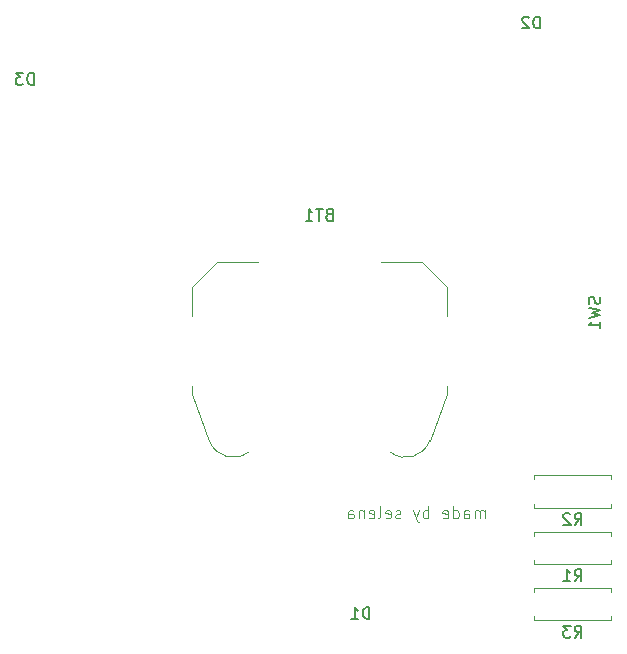
<source format=gbr>
%TF.GenerationSoftware,KiCad,Pcbnew,8.0.7*%
%TF.CreationDate,2025-05-01T23:39:49-04:00*%
%TF.ProjectId,Celeste Keychain,43656c65-7374-4652-904b-657963686169,rev?*%
%TF.SameCoordinates,Original*%
%TF.FileFunction,Legend,Bot*%
%TF.FilePolarity,Positive*%
%FSLAX46Y46*%
G04 Gerber Fmt 4.6, Leading zero omitted, Abs format (unit mm)*
G04 Created by KiCad (PCBNEW 8.0.7) date 2025-05-01 23:39:49*
%MOMM*%
%LPD*%
G01*
G04 APERTURE LIST*
%ADD10C,0.100000*%
%ADD11C,0.150000*%
%ADD12C,0.120000*%
G04 APERTURE END LIST*
D10*
X137808615Y-83216169D02*
X137808615Y-82549502D01*
X137808615Y-82644740D02*
X137760996Y-82597121D01*
X137760996Y-82597121D02*
X137665758Y-82549502D01*
X137665758Y-82549502D02*
X137522901Y-82549502D01*
X137522901Y-82549502D02*
X137427663Y-82597121D01*
X137427663Y-82597121D02*
X137380044Y-82692359D01*
X137380044Y-82692359D02*
X137380044Y-83216169D01*
X137380044Y-82692359D02*
X137332425Y-82597121D01*
X137332425Y-82597121D02*
X137237187Y-82549502D01*
X137237187Y-82549502D02*
X137094330Y-82549502D01*
X137094330Y-82549502D02*
X136999091Y-82597121D01*
X136999091Y-82597121D02*
X136951472Y-82692359D01*
X136951472Y-82692359D02*
X136951472Y-83216169D01*
X136046711Y-83216169D02*
X136046711Y-82692359D01*
X136046711Y-82692359D02*
X136094330Y-82597121D01*
X136094330Y-82597121D02*
X136189568Y-82549502D01*
X136189568Y-82549502D02*
X136380044Y-82549502D01*
X136380044Y-82549502D02*
X136475282Y-82597121D01*
X136046711Y-83168550D02*
X136141949Y-83216169D01*
X136141949Y-83216169D02*
X136380044Y-83216169D01*
X136380044Y-83216169D02*
X136475282Y-83168550D01*
X136475282Y-83168550D02*
X136522901Y-83073311D01*
X136522901Y-83073311D02*
X136522901Y-82978073D01*
X136522901Y-82978073D02*
X136475282Y-82882835D01*
X136475282Y-82882835D02*
X136380044Y-82835216D01*
X136380044Y-82835216D02*
X136141949Y-82835216D01*
X136141949Y-82835216D02*
X136046711Y-82787597D01*
X135141949Y-83216169D02*
X135141949Y-82216169D01*
X135141949Y-83168550D02*
X135237187Y-83216169D01*
X135237187Y-83216169D02*
X135427663Y-83216169D01*
X135427663Y-83216169D02*
X135522901Y-83168550D01*
X135522901Y-83168550D02*
X135570520Y-83120930D01*
X135570520Y-83120930D02*
X135618139Y-83025692D01*
X135618139Y-83025692D02*
X135618139Y-82739978D01*
X135618139Y-82739978D02*
X135570520Y-82644740D01*
X135570520Y-82644740D02*
X135522901Y-82597121D01*
X135522901Y-82597121D02*
X135427663Y-82549502D01*
X135427663Y-82549502D02*
X135237187Y-82549502D01*
X135237187Y-82549502D02*
X135141949Y-82597121D01*
X134284806Y-83168550D02*
X134380044Y-83216169D01*
X134380044Y-83216169D02*
X134570520Y-83216169D01*
X134570520Y-83216169D02*
X134665758Y-83168550D01*
X134665758Y-83168550D02*
X134713377Y-83073311D01*
X134713377Y-83073311D02*
X134713377Y-82692359D01*
X134713377Y-82692359D02*
X134665758Y-82597121D01*
X134665758Y-82597121D02*
X134570520Y-82549502D01*
X134570520Y-82549502D02*
X134380044Y-82549502D01*
X134380044Y-82549502D02*
X134284806Y-82597121D01*
X134284806Y-82597121D02*
X134237187Y-82692359D01*
X134237187Y-82692359D02*
X134237187Y-82787597D01*
X134237187Y-82787597D02*
X134713377Y-82882835D01*
X133046710Y-83216169D02*
X133046710Y-82216169D01*
X133046710Y-82597121D02*
X132951472Y-82549502D01*
X132951472Y-82549502D02*
X132760996Y-82549502D01*
X132760996Y-82549502D02*
X132665758Y-82597121D01*
X132665758Y-82597121D02*
X132618139Y-82644740D01*
X132618139Y-82644740D02*
X132570520Y-82739978D01*
X132570520Y-82739978D02*
X132570520Y-83025692D01*
X132570520Y-83025692D02*
X132618139Y-83120930D01*
X132618139Y-83120930D02*
X132665758Y-83168550D01*
X132665758Y-83168550D02*
X132760996Y-83216169D01*
X132760996Y-83216169D02*
X132951472Y-83216169D01*
X132951472Y-83216169D02*
X133046710Y-83168550D01*
X132237186Y-82549502D02*
X131999091Y-83216169D01*
X131760996Y-82549502D02*
X131999091Y-83216169D01*
X131999091Y-83216169D02*
X132094329Y-83454264D01*
X132094329Y-83454264D02*
X132141948Y-83501883D01*
X132141948Y-83501883D02*
X132237186Y-83549502D01*
X130665757Y-83168550D02*
X130570519Y-83216169D01*
X130570519Y-83216169D02*
X130380043Y-83216169D01*
X130380043Y-83216169D02*
X130284805Y-83168550D01*
X130284805Y-83168550D02*
X130237186Y-83073311D01*
X130237186Y-83073311D02*
X130237186Y-83025692D01*
X130237186Y-83025692D02*
X130284805Y-82930454D01*
X130284805Y-82930454D02*
X130380043Y-82882835D01*
X130380043Y-82882835D02*
X130522900Y-82882835D01*
X130522900Y-82882835D02*
X130618138Y-82835216D01*
X130618138Y-82835216D02*
X130665757Y-82739978D01*
X130665757Y-82739978D02*
X130665757Y-82692359D01*
X130665757Y-82692359D02*
X130618138Y-82597121D01*
X130618138Y-82597121D02*
X130522900Y-82549502D01*
X130522900Y-82549502D02*
X130380043Y-82549502D01*
X130380043Y-82549502D02*
X130284805Y-82597121D01*
X129427662Y-83168550D02*
X129522900Y-83216169D01*
X129522900Y-83216169D02*
X129713376Y-83216169D01*
X129713376Y-83216169D02*
X129808614Y-83168550D01*
X129808614Y-83168550D02*
X129856233Y-83073311D01*
X129856233Y-83073311D02*
X129856233Y-82692359D01*
X129856233Y-82692359D02*
X129808614Y-82597121D01*
X129808614Y-82597121D02*
X129713376Y-82549502D01*
X129713376Y-82549502D02*
X129522900Y-82549502D01*
X129522900Y-82549502D02*
X129427662Y-82597121D01*
X129427662Y-82597121D02*
X129380043Y-82692359D01*
X129380043Y-82692359D02*
X129380043Y-82787597D01*
X129380043Y-82787597D02*
X129856233Y-82882835D01*
X128808614Y-83216169D02*
X128903852Y-83168550D01*
X128903852Y-83168550D02*
X128951471Y-83073311D01*
X128951471Y-83073311D02*
X128951471Y-82216169D01*
X128046709Y-83168550D02*
X128141947Y-83216169D01*
X128141947Y-83216169D02*
X128332423Y-83216169D01*
X128332423Y-83216169D02*
X128427661Y-83168550D01*
X128427661Y-83168550D02*
X128475280Y-83073311D01*
X128475280Y-83073311D02*
X128475280Y-82692359D01*
X128475280Y-82692359D02*
X128427661Y-82597121D01*
X128427661Y-82597121D02*
X128332423Y-82549502D01*
X128332423Y-82549502D02*
X128141947Y-82549502D01*
X128141947Y-82549502D02*
X128046709Y-82597121D01*
X128046709Y-82597121D02*
X127999090Y-82692359D01*
X127999090Y-82692359D02*
X127999090Y-82787597D01*
X127999090Y-82787597D02*
X128475280Y-82882835D01*
X127570518Y-82549502D02*
X127570518Y-83216169D01*
X127570518Y-82644740D02*
X127522899Y-82597121D01*
X127522899Y-82597121D02*
X127427661Y-82549502D01*
X127427661Y-82549502D02*
X127284804Y-82549502D01*
X127284804Y-82549502D02*
X127189566Y-82597121D01*
X127189566Y-82597121D02*
X127141947Y-82692359D01*
X127141947Y-82692359D02*
X127141947Y-83216169D01*
X126237185Y-83216169D02*
X126237185Y-82692359D01*
X126237185Y-82692359D02*
X126284804Y-82597121D01*
X126284804Y-82597121D02*
X126380042Y-82549502D01*
X126380042Y-82549502D02*
X126570518Y-82549502D01*
X126570518Y-82549502D02*
X126665756Y-82597121D01*
X126237185Y-83168550D02*
X126332423Y-83216169D01*
X126332423Y-83216169D02*
X126570518Y-83216169D01*
X126570518Y-83216169D02*
X126665756Y-83168550D01*
X126665756Y-83168550D02*
X126713375Y-83073311D01*
X126713375Y-83073311D02*
X126713375Y-82978073D01*
X126713375Y-82978073D02*
X126665756Y-82882835D01*
X126665756Y-82882835D02*
X126570518Y-82835216D01*
X126570518Y-82835216D02*
X126332423Y-82835216D01*
X126332423Y-82835216D02*
X126237185Y-82787597D01*
D11*
X124610714Y-57487259D02*
X124467857Y-57534878D01*
X124467857Y-57534878D02*
X124420238Y-57582497D01*
X124420238Y-57582497D02*
X124372619Y-57677735D01*
X124372619Y-57677735D02*
X124372619Y-57820592D01*
X124372619Y-57820592D02*
X124420238Y-57915830D01*
X124420238Y-57915830D02*
X124467857Y-57963450D01*
X124467857Y-57963450D02*
X124563095Y-58011069D01*
X124563095Y-58011069D02*
X124944047Y-58011069D01*
X124944047Y-58011069D02*
X124944047Y-57011069D01*
X124944047Y-57011069D02*
X124610714Y-57011069D01*
X124610714Y-57011069D02*
X124515476Y-57058688D01*
X124515476Y-57058688D02*
X124467857Y-57106307D01*
X124467857Y-57106307D02*
X124420238Y-57201545D01*
X124420238Y-57201545D02*
X124420238Y-57296783D01*
X124420238Y-57296783D02*
X124467857Y-57392021D01*
X124467857Y-57392021D02*
X124515476Y-57439640D01*
X124515476Y-57439640D02*
X124610714Y-57487259D01*
X124610714Y-57487259D02*
X124944047Y-57487259D01*
X124086904Y-57011069D02*
X123515476Y-57011069D01*
X123801190Y-58011069D02*
X123801190Y-57011069D01*
X122658333Y-58011069D02*
X123229761Y-58011069D01*
X122944047Y-58011069D02*
X122944047Y-57011069D01*
X122944047Y-57011069D02*
X123039285Y-57153926D01*
X123039285Y-57153926D02*
X123134523Y-57249164D01*
X123134523Y-57249164D02*
X123229761Y-57296783D01*
X147557200Y-64472917D02*
X147604819Y-64615774D01*
X147604819Y-64615774D02*
X147604819Y-64853869D01*
X147604819Y-64853869D02*
X147557200Y-64949107D01*
X147557200Y-64949107D02*
X147509580Y-64996726D01*
X147509580Y-64996726D02*
X147414342Y-65044345D01*
X147414342Y-65044345D02*
X147319104Y-65044345D01*
X147319104Y-65044345D02*
X147223866Y-64996726D01*
X147223866Y-64996726D02*
X147176247Y-64949107D01*
X147176247Y-64949107D02*
X147128628Y-64853869D01*
X147128628Y-64853869D02*
X147081009Y-64663393D01*
X147081009Y-64663393D02*
X147033390Y-64568155D01*
X147033390Y-64568155D02*
X146985771Y-64520536D01*
X146985771Y-64520536D02*
X146890533Y-64472917D01*
X146890533Y-64472917D02*
X146795295Y-64472917D01*
X146795295Y-64472917D02*
X146700057Y-64520536D01*
X146700057Y-64520536D02*
X146652438Y-64568155D01*
X146652438Y-64568155D02*
X146604819Y-64663393D01*
X146604819Y-64663393D02*
X146604819Y-64901488D01*
X146604819Y-64901488D02*
X146652438Y-65044345D01*
X146604819Y-65377679D02*
X147604819Y-65615774D01*
X147604819Y-65615774D02*
X146890533Y-65806250D01*
X146890533Y-65806250D02*
X147604819Y-65996726D01*
X147604819Y-65996726D02*
X146604819Y-66234822D01*
X147604819Y-67139583D02*
X147604819Y-66568155D01*
X147604819Y-66853869D02*
X146604819Y-66853869D01*
X146604819Y-66853869D02*
X146747676Y-66758631D01*
X146747676Y-66758631D02*
X146842914Y-66663393D01*
X146842914Y-66663393D02*
X146890533Y-66568155D01*
X145422916Y-93312319D02*
X145756249Y-92836128D01*
X145994344Y-93312319D02*
X145994344Y-92312319D01*
X145994344Y-92312319D02*
X145613392Y-92312319D01*
X145613392Y-92312319D02*
X145518154Y-92359938D01*
X145518154Y-92359938D02*
X145470535Y-92407557D01*
X145470535Y-92407557D02*
X145422916Y-92502795D01*
X145422916Y-92502795D02*
X145422916Y-92645652D01*
X145422916Y-92645652D02*
X145470535Y-92740890D01*
X145470535Y-92740890D02*
X145518154Y-92788509D01*
X145518154Y-92788509D02*
X145613392Y-92836128D01*
X145613392Y-92836128D02*
X145994344Y-92836128D01*
X145089582Y-92312319D02*
X144470535Y-92312319D01*
X144470535Y-92312319D02*
X144803868Y-92693271D01*
X144803868Y-92693271D02*
X144661011Y-92693271D01*
X144661011Y-92693271D02*
X144565773Y-92740890D01*
X144565773Y-92740890D02*
X144518154Y-92788509D01*
X144518154Y-92788509D02*
X144470535Y-92883747D01*
X144470535Y-92883747D02*
X144470535Y-93121842D01*
X144470535Y-93121842D02*
X144518154Y-93217080D01*
X144518154Y-93217080D02*
X144565773Y-93264700D01*
X144565773Y-93264700D02*
X144661011Y-93312319D01*
X144661011Y-93312319D02*
X144946725Y-93312319D01*
X144946725Y-93312319D02*
X145041963Y-93264700D01*
X145041963Y-93264700D02*
X145089582Y-93217080D01*
X145422916Y-83787319D02*
X145756249Y-83311128D01*
X145994344Y-83787319D02*
X145994344Y-82787319D01*
X145994344Y-82787319D02*
X145613392Y-82787319D01*
X145613392Y-82787319D02*
X145518154Y-82834938D01*
X145518154Y-82834938D02*
X145470535Y-82882557D01*
X145470535Y-82882557D02*
X145422916Y-82977795D01*
X145422916Y-82977795D02*
X145422916Y-83120652D01*
X145422916Y-83120652D02*
X145470535Y-83215890D01*
X145470535Y-83215890D02*
X145518154Y-83263509D01*
X145518154Y-83263509D02*
X145613392Y-83311128D01*
X145613392Y-83311128D02*
X145994344Y-83311128D01*
X145041963Y-82882557D02*
X144994344Y-82834938D01*
X144994344Y-82834938D02*
X144899106Y-82787319D01*
X144899106Y-82787319D02*
X144661011Y-82787319D01*
X144661011Y-82787319D02*
X144565773Y-82834938D01*
X144565773Y-82834938D02*
X144518154Y-82882557D01*
X144518154Y-82882557D02*
X144470535Y-82977795D01*
X144470535Y-82977795D02*
X144470535Y-83073033D01*
X144470535Y-83073033D02*
X144518154Y-83215890D01*
X144518154Y-83215890D02*
X145089582Y-83787319D01*
X145089582Y-83787319D02*
X144470535Y-83787319D01*
X145422916Y-88549819D02*
X145756249Y-88073628D01*
X145994344Y-88549819D02*
X145994344Y-87549819D01*
X145994344Y-87549819D02*
X145613392Y-87549819D01*
X145613392Y-87549819D02*
X145518154Y-87597438D01*
X145518154Y-87597438D02*
X145470535Y-87645057D01*
X145470535Y-87645057D02*
X145422916Y-87740295D01*
X145422916Y-87740295D02*
X145422916Y-87883152D01*
X145422916Y-87883152D02*
X145470535Y-87978390D01*
X145470535Y-87978390D02*
X145518154Y-88026009D01*
X145518154Y-88026009D02*
X145613392Y-88073628D01*
X145613392Y-88073628D02*
X145994344Y-88073628D01*
X144470535Y-88549819D02*
X145041963Y-88549819D01*
X144756249Y-88549819D02*
X144756249Y-87549819D01*
X144756249Y-87549819D02*
X144851487Y-87692676D01*
X144851487Y-87692676D02*
X144946725Y-87787914D01*
X144946725Y-87787914D02*
X145041963Y-87835533D01*
X99639344Y-46501069D02*
X99639344Y-45501069D01*
X99639344Y-45501069D02*
X99401249Y-45501069D01*
X99401249Y-45501069D02*
X99258392Y-45548688D01*
X99258392Y-45548688D02*
X99163154Y-45643926D01*
X99163154Y-45643926D02*
X99115535Y-45739164D01*
X99115535Y-45739164D02*
X99067916Y-45929640D01*
X99067916Y-45929640D02*
X99067916Y-46072497D01*
X99067916Y-46072497D02*
X99115535Y-46262973D01*
X99115535Y-46262973D02*
X99163154Y-46358211D01*
X99163154Y-46358211D02*
X99258392Y-46453450D01*
X99258392Y-46453450D02*
X99401249Y-46501069D01*
X99401249Y-46501069D02*
X99639344Y-46501069D01*
X98734582Y-45501069D02*
X98115535Y-45501069D01*
X98115535Y-45501069D02*
X98448868Y-45882021D01*
X98448868Y-45882021D02*
X98306011Y-45882021D01*
X98306011Y-45882021D02*
X98210773Y-45929640D01*
X98210773Y-45929640D02*
X98163154Y-45977259D01*
X98163154Y-45977259D02*
X98115535Y-46072497D01*
X98115535Y-46072497D02*
X98115535Y-46310592D01*
X98115535Y-46310592D02*
X98163154Y-46405830D01*
X98163154Y-46405830D02*
X98210773Y-46453450D01*
X98210773Y-46453450D02*
X98306011Y-46501069D01*
X98306011Y-46501069D02*
X98591725Y-46501069D01*
X98591725Y-46501069D02*
X98686963Y-46453450D01*
X98686963Y-46453450D02*
X98734582Y-46405830D01*
X142501844Y-41738569D02*
X142501844Y-40738569D01*
X142501844Y-40738569D02*
X142263749Y-40738569D01*
X142263749Y-40738569D02*
X142120892Y-40786188D01*
X142120892Y-40786188D02*
X142025654Y-40881426D01*
X142025654Y-40881426D02*
X141978035Y-40976664D01*
X141978035Y-40976664D02*
X141930416Y-41167140D01*
X141930416Y-41167140D02*
X141930416Y-41309997D01*
X141930416Y-41309997D02*
X141978035Y-41500473D01*
X141978035Y-41500473D02*
X142025654Y-41595711D01*
X142025654Y-41595711D02*
X142120892Y-41690950D01*
X142120892Y-41690950D02*
X142263749Y-41738569D01*
X142263749Y-41738569D02*
X142501844Y-41738569D01*
X141549463Y-40833807D02*
X141501844Y-40786188D01*
X141501844Y-40786188D02*
X141406606Y-40738569D01*
X141406606Y-40738569D02*
X141168511Y-40738569D01*
X141168511Y-40738569D02*
X141073273Y-40786188D01*
X141073273Y-40786188D02*
X141025654Y-40833807D01*
X141025654Y-40833807D02*
X140978035Y-40929045D01*
X140978035Y-40929045D02*
X140978035Y-41024283D01*
X140978035Y-41024283D02*
X141025654Y-41167140D01*
X141025654Y-41167140D02*
X141597082Y-41738569D01*
X141597082Y-41738569D02*
X140978035Y-41738569D01*
X128055594Y-91744819D02*
X128055594Y-90744819D01*
X128055594Y-90744819D02*
X127817499Y-90744819D01*
X127817499Y-90744819D02*
X127674642Y-90792438D01*
X127674642Y-90792438D02*
X127579404Y-90887676D01*
X127579404Y-90887676D02*
X127531785Y-90982914D01*
X127531785Y-90982914D02*
X127484166Y-91173390D01*
X127484166Y-91173390D02*
X127484166Y-91316247D01*
X127484166Y-91316247D02*
X127531785Y-91506723D01*
X127531785Y-91506723D02*
X127579404Y-91601961D01*
X127579404Y-91601961D02*
X127674642Y-91697200D01*
X127674642Y-91697200D02*
X127817499Y-91744819D01*
X127817499Y-91744819D02*
X128055594Y-91744819D01*
X126531785Y-91744819D02*
X127103213Y-91744819D01*
X126817499Y-91744819D02*
X126817499Y-90744819D01*
X126817499Y-90744819D02*
X126912737Y-90887676D01*
X126912737Y-90887676D02*
X127007975Y-90982914D01*
X127007975Y-90982914D02*
X127103213Y-91030533D01*
D12*
%TO.C,BT1*%
X134605000Y-66056250D02*
X134605000Y-63596250D01*
X134605000Y-72686250D02*
X134605000Y-72056250D01*
X133165000Y-76636250D02*
X134605000Y-72686250D01*
X134605000Y-63596250D02*
X132525000Y-61516250D01*
X132525000Y-61516250D02*
X129025000Y-61516250D01*
X118625000Y-61516250D02*
X115125000Y-61516250D01*
X113045000Y-63596250D02*
X115125000Y-61516250D01*
X113045000Y-66056250D02*
X113045000Y-63596250D01*
X113045000Y-72686250D02*
X113045000Y-72056250D01*
X114485000Y-76636250D02*
X113045000Y-72686250D01*
X133165000Y-76636250D02*
G75*
G02*
X129828354Y-77622780I-2030000J730001D01*
G01*
X117825000Y-77606250D02*
G75*
G02*
X114499757Y-76644419I-1310000J1700000D01*
G01*
%TO.C,R3*%
X148526250Y-89447500D02*
X148526250Y-89117500D01*
X148526250Y-91527500D02*
X148526250Y-91857500D01*
X148526250Y-89117500D02*
X141986250Y-89117500D01*
X141986250Y-89117500D02*
X141986250Y-89447500D01*
X141986250Y-91857500D02*
X141986250Y-91527500D01*
X148526250Y-91857500D02*
X141986250Y-91857500D01*
%TO.C,R2*%
X148526250Y-79922500D02*
X148526250Y-79592500D01*
X148526250Y-82002500D02*
X148526250Y-82332500D01*
X148526250Y-79592500D02*
X141986250Y-79592500D01*
X141986250Y-79592500D02*
X141986250Y-79922500D01*
X141986250Y-82332500D02*
X141986250Y-82002500D01*
X148526250Y-82332500D02*
X141986250Y-82332500D01*
%TO.C,R1*%
X148526250Y-84685000D02*
X148526250Y-84355000D01*
X148526250Y-86765000D02*
X148526250Y-87095000D01*
X148526250Y-84355000D02*
X141986250Y-84355000D01*
X141986250Y-84355000D02*
X141986250Y-84685000D01*
X141986250Y-87095000D02*
X141986250Y-86765000D01*
X148526250Y-87095000D02*
X141986250Y-87095000D01*
%TD*%
M02*

</source>
